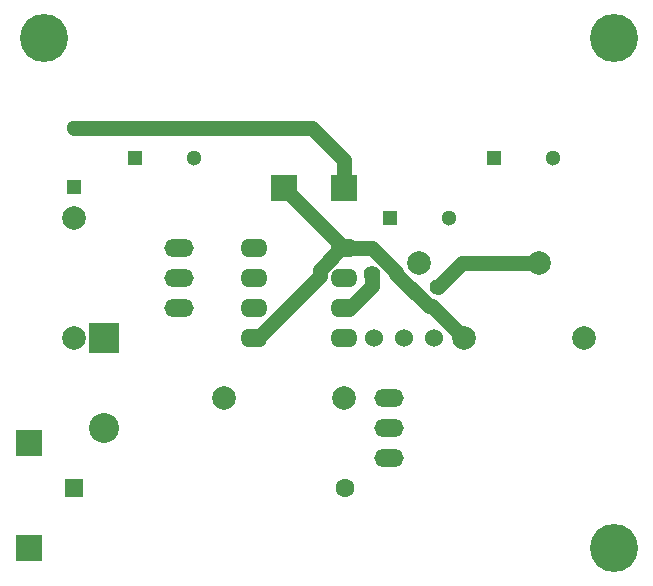
<source format=gbr>
G04 #@! TF.FileFunction,Copper,L1,Top,Signal*
%FSLAX46Y46*%
G04 Gerber Fmt 4.6, Leading zero omitted, Abs format (unit mm)*
G04 Created by KiCad (PCBNEW (2015-12-07 BZR 6352)-product) date Tue 26 Jan 2016 06:24:15 PM EST*
%MOMM*%
G01*
G04 APERTURE LIST*
%ADD10C,0.100000*%
%ADD11R,1.600000X1.600000*%
%ADD12C,1.600000*%
%ADD13R,2.235200X2.235200*%
%ADD14O,2.499360X1.501140*%
%ADD15R,1.300000X1.300000*%
%ADD16C,1.300000*%
%ADD17R,2.540000X2.540000*%
%ADD18C,2.540000*%
%ADD19C,1.524000*%
%ADD20C,1.998980*%
%ADD21O,2.300000X1.600000*%
%ADD22C,4.064000*%
%ADD23C,1.397000*%
%ADD24C,1.270000*%
G04 APERTURE END LIST*
D10*
D11*
X7620000Y10160000D03*
D12*
X30620000Y10160000D03*
D13*
X3810000Y5080000D03*
D14*
X34290000Y15240000D03*
X34290000Y17780000D03*
X34290000Y12700000D03*
X16510000Y27940000D03*
X16510000Y25400000D03*
X16510000Y30480000D03*
D15*
X34370000Y33020000D03*
D16*
X39370000Y33020000D03*
D15*
X43180000Y38100000D03*
D16*
X48180000Y38100000D03*
D15*
X7620000Y35640000D03*
D16*
X7620000Y40640000D03*
D17*
X10160000Y22860000D03*
D18*
X10160000Y15240000D03*
D15*
X12780000Y38100000D03*
D16*
X17780000Y38100000D03*
D13*
X25400000Y35560000D03*
X30480000Y35560000D03*
X3810000Y13970000D03*
D19*
X35560000Y22860000D03*
X38100000Y22860000D03*
X33020000Y22860000D03*
D20*
X40640000Y22860000D03*
X50800000Y22860000D03*
X46990000Y29210000D03*
X36830000Y29210000D03*
X7620000Y22860000D03*
X7620000Y33020000D03*
X20320000Y17780000D03*
X30480000Y17780000D03*
D21*
X22860000Y30480000D03*
X22860000Y27940000D03*
X22860000Y25400000D03*
X22860000Y22860000D03*
X30480000Y22860000D03*
X30480000Y25400000D03*
X30480000Y27940000D03*
X30480000Y30480000D03*
D22*
X5080000Y48260000D03*
X53340000Y48260000D03*
X53340000Y5080000D03*
D23*
X32872855Y28257520D03*
X38432479Y27157546D03*
D24*
X30480000Y25400000D02*
X31003163Y25400000D01*
X31003163Y25400000D02*
X32872855Y27269692D01*
X32872855Y27269692D02*
X32872855Y28257520D01*
X30480000Y35560000D02*
X30480000Y37947600D01*
X30480000Y37947600D02*
X27787600Y40640000D01*
X27787600Y40640000D02*
X8539238Y40640000D01*
X8539238Y40640000D02*
X7620000Y40640000D01*
X39640511Y23859489D02*
X40640000Y22860000D01*
X34941509Y28299014D02*
X37670478Y25570045D01*
X34941509Y28438491D02*
X34941509Y28299014D01*
X32900000Y30480000D02*
X34941509Y28438491D01*
X37670478Y25570045D02*
X37929955Y25570045D01*
X30480000Y30480000D02*
X32900000Y30480000D01*
X37929955Y25570045D02*
X39640511Y23859489D01*
X22860000Y22860000D02*
X23210000Y22860000D01*
X23210000Y22860000D02*
X28440990Y28090990D01*
X28440990Y28090990D02*
X28440990Y28639610D01*
X30281380Y30480000D02*
X30480000Y30480000D01*
X28440990Y28639610D02*
X30281380Y30480000D01*
X25400000Y35560000D02*
X30480000Y30480000D01*
X46990000Y29210000D02*
X40484933Y29210000D01*
X40484933Y29210000D02*
X39130978Y27856045D01*
X39130978Y27856045D02*
X38432479Y27157546D01*
M02*

</source>
